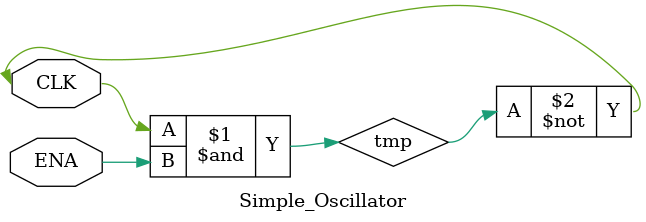
<source format=v>
`timescale 1ns / 1ps
module Simple_Oscillator(
    input ENA,
	inout CLK
    );
	 
	 wire tmp;
	
	 and T1(tmp, CLK, ENA);
	 not #5 T2(CLK, tmp);

endmodule

</source>
